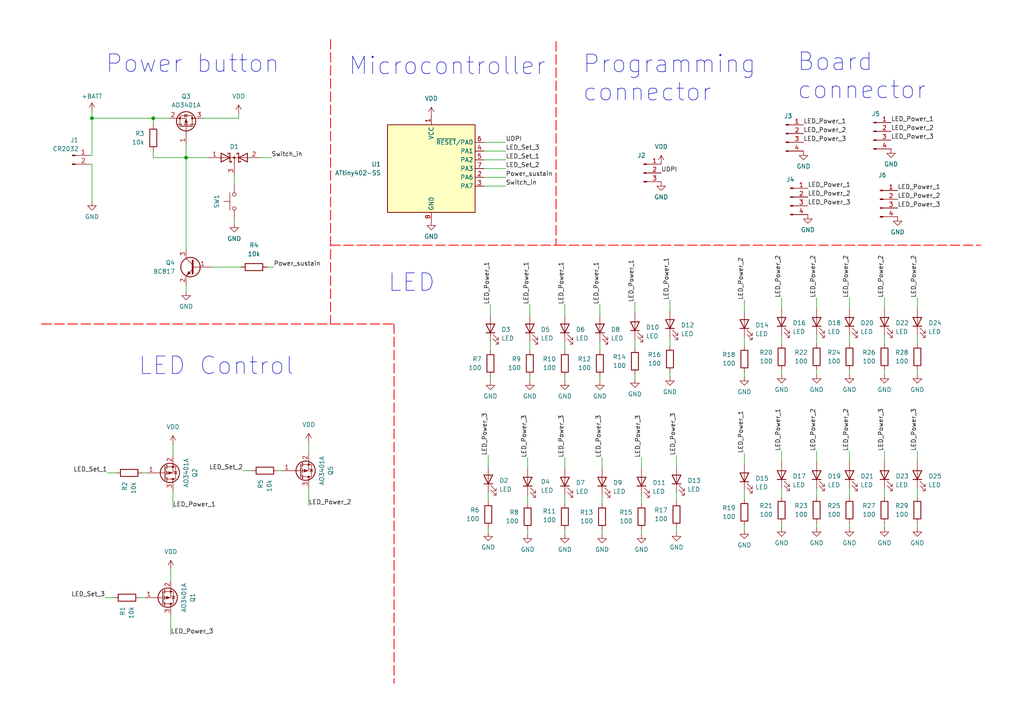
<source format=kicad_sch>
(kicad_sch (version 20230121) (generator eeschema)
  (paper "A4")
  (title_block (title "PCB Christmas Tree") (date "2024-03-09") (rev "1.0") (company "AGH University of Krakow") (comment 1 "Marek Pawłowski") (comment 2 "Krzysztof Sikora"))
  (lib_symbols
    (symbol "Connector:Conn_01x02_Pin" (pin_names (offset 1.016) hide)
      (property "Reference" "J" (at 0 2.54 0))
      (property "Value" "Conn_01x02_Pin" (at 0 -5.08 0))
      (symbol "Conn_01x02_Pin_1_1"
        (polyline (pts (xy 1.27 -2.54) (xy 0.8636 -2.54)) (stroke (width 0.1524)))
        (polyline (pts (xy 1.27 0) (xy 0.8636 0)) (stroke (width 0.1524)))
        (rectangle (start 0.8636 -2.413) (end 0 -2.667) (stroke (width 0.1524)) (fill (type outline)))
        (rectangle (start 0.8636 0.127) (end 0 -0.127) (stroke (width 0.1524)) (fill (type outline)))
        (pin passive line (at 5.08 0 180) (length 3.81) (name "Pin_1") (number "1"))
        (pin passive line (at 5.08 -2.54 180) (length 3.81) (name "Pin_2") (number "2"))
      )
    )
    (symbol "Connector:Conn_01x03_Pin" (pin_names (offset 1.016) hide)
      (property "Reference" "J" (at 0 5.08 0))
      (property "Value" "Conn_01x03_Pin" (at 0 -5.08 0))
      (symbol "Conn_01x03_Pin_1_1"
        (polyline (pts (xy 1.27 -2.54) (xy 0.8636 -2.54)) (stroke (width 0.1524)))
        (polyline (pts (xy 1.27 0) (xy 0.8636 0)) (stroke (width 0.1524)))
        (polyline (pts (xy 1.27 2.54) (xy 0.8636 2.54)) (stroke (width 0.1524)))
        (rectangle (start 0.8636 -2.413) (end 0 -2.667) (stroke (width 0.1524)) (fill (type outline)))
        (rectangle (start 0.8636 0.127) (end 0 -0.127) (stroke (width 0.1524)) (fill (type outline)))
        (rectangle (start 0.8636 2.667) (end 0 2.413) (stroke (width 0.1524)) (fill (type outline)))
        (pin passive line (at 5.08 2.54 180) (length 3.81) (name "Pin_1") (number "1"))
        (pin passive line (at 5.08 0 180) (length 3.81) (name "Pin_2") (number "2"))
        (pin passive line (at 5.08 -2.54 180) (length 3.81) (name "Pin_3") (number "3"))
      )
    )
    (symbol "Connector:Conn_01x04_Pin" (pin_names (offset 1.016) hide)
      (property "Reference" "J" (at 0 5.08 0))
      (property "Value" "Conn_01x04_Pin" (at 0 -7.62 0))
      (symbol "Conn_01x04_Pin_1_1"
        (polyline (pts (xy 1.27 -5.08) (xy 0.8636 -5.08)) (stroke (width 0.1524)))
        (polyline (pts (xy 1.27 -2.54) (xy 0.8636 -2.54)) (stroke (width 0.1524)))
        (polyline (pts (xy 1.27 0) (xy 0.8636 0)) (stroke (width 0.1524)))
        (polyline (pts (xy 1.27 2.54) (xy 0.8636 2.54)) (stroke (width 0.1524)))
        (rectangle (start 0.8636 -4.953) (end 0 -5.207) (stroke (width 0.1524)) (fill (type outline)))
        (rectangle (start 0.8636 -2.413) (end 0 -2.667) (stroke (width 0.1524)) (fill (type outline)))
        (rectangle (start 0.8636 0.127) (end 0 -0.127) (stroke (width 0.1524)) (fill (type outline)))
        (rectangle (start 0.8636 2.667) (end 0 2.413) (stroke (width 0.1524)) (fill (type outline)))
        (pin passive line (at 5.08 2.54 180) (length 3.81) (name "Pin_1") (number "1"))
        (pin passive line (at 5.08 0 180) (length 3.81) (name "Pin_2") (number "2"))
        (pin passive line (at 5.08 -2.54 180) (length 3.81) (name "Pin_3") (number "3"))
        (pin passive line (at 5.08 -5.08 180) (length 3.81) (name "Pin_4") (number "4"))
      )
    )
    (symbol "Device:D_Schottky_Dual_CommonCathode_AAK" (pin_names (offset 0.762) hide)
      (property "Reference" "D" (at 1.27 -2.54 0))
      (property "Value" "D_Schottky_Dual_CommonCathode_AAK" (at 0 2.54 0))
      (symbol "D_Schottky_Dual_CommonCathode_AAK_0_1"
        (polyline (pts (xy -3.81 0) (xy 3.81 0)))
        (polyline (pts (xy 0 0) (xy 0 -2.54)))
        (polyline (pts (xy -1.27 -1.27) (xy -1.27 1.27) (xy -1.27 1.27)) (stroke (width 0.254)))
        (polyline (pts (xy 1.27 -1.27) (xy 1.27 1.27) (xy 1.27 1.27)) (stroke (width 0.254)))
        (polyline (pts (xy -1.27 -1.27) (xy -0.762 -1.27) (xy -0.762 -1.016) (xy -0.762 -1.016)) (stroke (width 0.254)))
        (polyline (pts (xy 1.27 -1.27) (xy 1.778 -1.27) (xy 1.778 -1.016) (xy 1.778 -1.016)) (stroke (width 0.254)))
        (polyline (pts (xy 1.27 1.27) (xy 0.762 1.27) (xy 0.762 1.016) (xy 0.762 1.016)) (stroke (width 0.254)))
        (polyline (pts (xy -1.778 1.016) (xy -1.778 1.27) (xy -1.27 1.27) (xy -1.27 1.27) (xy -1.27 1.27)) (stroke (width 0.254)))
        (polyline (pts (xy -3.81 1.27) (xy -1.27 0) (xy -3.81 -1.27) (xy -3.81 1.27) (xy -3.81 1.27) (xy -3.81 1.27)) (stroke (width 0.254)))
        (polyline (pts (xy 3.81 -1.27) (xy 1.27 0) (xy 3.81 1.27) (xy 3.81 -1.27) (xy 3.81 -1.27) (xy 3.81 -1.27)) (stroke (width 0.254)))
        (circle (center 0 0) (radius 0.254) (fill (type outline)))
        (pin passive line (at -7.62 0 0) (length 3.81) (name "A") (number "1"))
        (pin passive line (at 7.62 0 180) (length 3.81) (name "A") (number "2"))
        (pin passive line (at 0 -5.08 90) (length 2.54) (name "K") (number "3"))
      )
    )
    (symbol "Device:LED" (pin_numbers hide) (pin_names (offset 1.016) hide)
      (property "Reference" "D" (at 0 2.54 0))
      (property "Value" "LED" (at 0 -2.54 0))
      (symbol "LED_0_1"
        (polyline (pts (xy -1.27 -1.27) (xy -1.27 1.27)) (stroke (width 0.254)))
        (polyline (pts (xy -1.27 0) (xy 1.27 0)))
        (polyline (pts (xy 1.27 -1.27) (xy 1.27 1.27) (xy -1.27 0) (xy 1.27 -1.27)) (stroke (width 0.254)))
        (polyline (pts (xy -3.048 -0.762) (xy -4.572 -2.286) (xy -3.81 -2.286) (xy -4.572 -2.286) (xy -4.572 -1.524)))
        (polyline (pts (xy -1.778 -0.762) (xy -3.302 -2.286) (xy -2.54 -2.286) (xy -3.302 -2.286) (xy -3.302 -1.524)))
      )
      (symbol "LED_1_1"
        (pin passive line (at -3.81 0 0) (length 2.54) (name "K") (number "1"))
        (pin passive line (at 3.81 0 180) (length 2.54) (name "A") (number "2"))
      )
    )
    (symbol "Device:R" (pin_numbers hide) (pin_names (offset 0))
      (property "Reference" "R" (at 2.032 0 90))
      (property "Value" "R" (at 0 0 90))
      (symbol "R_0_1"
        (rectangle (start -1.016 -2.54) (end 1.016 2.54) (stroke (width 0.254)))
      )
      (symbol "R_1_1"
        (pin passive line (at 0 3.81 270) (length 1.27) (name "~") (number "1"))
        (pin passive line (at 0 -3.81 90) (length 1.27) (name "~") (number "2"))
      )
    )
    (symbol "MCU_Microchip_ATtiny:ATtiny402-SS"
      (property "Reference" "U1" (at -14.605 1.27 0))
      (property "Value" "ATtiny402-SS" (at -14.605 -1.27 0))
      (symbol "ATtiny402-SS_0_1"
        (rectangle (start -12.7 -12.7) (end 12.7 12.7) (stroke (width 0.254)) (fill (type background)))
      )
      (symbol "ATtiny402-SS_1_1"
        (pin passive line (at 0 15.24 270) (length 2.54) (name "VCC") (number "1"))
        (pin bidirectional line (at 15.24 -2.54 180) (length 2.54) (name "PA6") (number "2"))
        (pin bidirectional line (at 15.24 -5.08 180) (length 2.54) (name "PA7") (number "3"))
        (pin bidirectional line (at 15.24 5.08 180) (length 2.54) (name "PA1") (number "4"))
        (pin bidirectional line (at 15.24 2.54 180) (length 2.54) (name "PA2") (number "5"))
        (pin bidirectional line (at 15.24 7.62 180) (length 2.54) (name "~{RESET}/PA0") (number "6"))
        (pin bidirectional line (at 15.24 0 180) (length 2.54) (name "PA3") (number "7"))
        (pin passive line (at 0 -15.24 90) (length 2.54) (name "GND") (number "8"))
      )
    )
    (symbol "Switch:SW_Omron_B3FS" (pin_numbers hide) (pin_names (offset 1.016) hide)
      (property "Reference" "SW" (at 1.27 2.54 0))
      (property "Value" "SW_Omron_B3FS" (at 0 -1.524 0))
      (symbol "SW_Omron_B3FS_0_1"
        (circle (center -2.032 0) (radius 0.508))
        (polyline (pts (xy 0 1.27) (xy 0 3.048)))
        (polyline (pts (xy 2.54 1.27) (xy -2.54 1.27)))
        (circle (center 2.032 0) (radius 0.508))
        (pin passive line (at -5.08 0 0) (length 2.54) (name "1") (number "1"))
        (pin passive line (at 5.08 0 180) (length 2.54) (name "2") (number "2"))
      )
    )
    (symbol "Transistor_BJT:BC817" (pin_names (offset 0) hide)
      (property "Reference" "Q" (at 5.08 1.905 0))
      (property "Value" "BC817" (at 5.08 0 0))
      (symbol "BC817_0_1"
        (polyline (pts (xy 0.635 0.635) (xy 2.54 2.54)))
        (polyline (pts (xy 0.635 -0.635) (xy 2.54 -2.54) (xy 2.54 -2.54)))
        (polyline (pts (xy 0.635 1.905) (xy 0.635 -1.905) (xy 0.635 -1.905)) (stroke (width 0.508)))
        (polyline (pts (xy 1.27 -1.778) (xy 1.778 -1.27) (xy 2.286 -2.286) (xy 1.27 -1.778) (xy 1.27 -1.778)) (fill (type outline)))
        (circle (center 1.27 0) (radius 2.8194) (stroke (width 0.254)))
      )
      (symbol "BC817_1_1"
        (pin input line (at -5.08 0 0) (length 5.715) (name "B") (number "1"))
        (pin passive line (at 2.54 -5.08 90) (length 2.54) (name "E") (number "2"))
        (pin passive line (at 2.54 5.08 270) (length 2.54) (name "C") (number "3"))
      )
    )
    (symbol "Transistor_FET:AO3401A" (pin_names hide)
      (property "Reference" "Q" (at 5.08 1.905 0))
      (property "Value" "AO3401A" (at 5.08 0 0))
      (symbol "AO3401A_0_1"
        (polyline (pts (xy 0.254 0) (xy -2.54 0)))
        (polyline (pts (xy 0.254 1.905) (xy 0.254 -1.905)) (stroke (width 0.254)))
        (polyline (pts (xy 0.762 -1.27) (xy 0.762 -2.286)) (stroke (width 0.254)))
        (polyline (pts (xy 0.762 0.508) (xy 0.762 -0.508)) (stroke (width 0.254)))
        (polyline (pts (xy 0.762 2.286) (xy 0.762 1.27)) (stroke (width 0.254)))
        (polyline (pts (xy 2.54 2.54) (xy 2.54 1.778)))
        (polyline (pts (xy 2.54 -2.54) (xy 2.54 0) (xy 0.762 0)))
        (polyline (pts (xy 0.762 1.778) (xy 3.302 1.778) (xy 3.302 -1.778) (xy 0.762 -1.778)))
        (polyline (pts (xy 2.286 0) (xy 1.27 0.381) (xy 1.27 -0.381) (xy 2.286 0)) (fill (type outline)))
        (polyline (pts (xy 2.794 -0.508) (xy 2.921 -0.381) (xy 3.683 -0.381) (xy 3.81 -0.254)))
        (polyline (pts (xy 3.302 -0.381) (xy 2.921 0.254) (xy 3.683 0.254) (xy 3.302 -0.381)))
        (circle (center 1.651 0) (radius 2.794) (stroke (width 0.254)))
        (circle (center 2.54 -1.778) (radius 0.254) (fill (type outline)))
        (circle (center 2.54 1.778) (radius 0.254) (fill (type outline)))
      )
      (symbol "AO3401A_1_1"
        (pin input line (at -5.08 0 0) (length 2.54) (name "G") (number "1"))
        (pin passive line (at 2.54 -5.08 90) (length 2.54) (name "S") (number "2"))
        (pin passive line (at 2.54 5.08 270) (length 2.54) (name "D") (number "3"))
      )
    )
    (symbol "power:+BATT" (power) (pin_names (offset 0))
      (property "Value" "+BATT" (at 0 3.556 0))
      (symbol "+BATT_0_1"
        (polyline (pts (xy -0.762 1.27) (xy 0 2.54)))
        (polyline (pts (xy 0 0) (xy 0 2.54)))
        (polyline (pts (xy 0 2.54) (xy 0.762 1.27)))
      )
      (symbol "+BATT_1_1"
        (pin power_in line (at 0 0 90) (length 0) hide (name "+BATT") (number "1"))
      )
    )
    (symbol "power:GND" (power) (pin_names (offset 0))
      (property "Value" "GND" (at 0 -3.81 0))
      (symbol "GND_0_1"
        (polyline (pts (xy 0 0) (xy 0 -1.27) (xy 1.27 -1.27) (xy 0 -2.54) (xy -1.27 -1.27) (xy 0 -1.27)))
      )
      (symbol "GND_1_1"
        (pin power_in line (at 0 0 270) (length 0) hide (name "GND") (number "1"))
      )
    )
    (symbol "power:VDD" (power) (pin_names (offset 0))
      (property "Value" "VDD" (at 0 3.81 0))
      (symbol "VDD_0_1"
        (polyline (pts (xy -0.762 1.27) (xy 0 2.54)))
        (polyline (pts (xy 0 0) (xy 0 2.54)))
        (polyline (pts (xy 0 2.54) (xy 0.762 1.27)))
      )
      (symbol "VDD_1_1"
        (pin power_in line (at 0 0 90) (length 0) hide (name "VDD") (number "1"))
      )
    )
  )
  (junction (at 26.67 34.29))
  (junction (at 44.45 34.29))
  (junction (at 53.975 45.72))
  (wire (pts (xy 236.855 151.765) (xy 236.855 153.035)))
  (wire (pts (xy 140.335 51.435) (xy 146.685 51.435)))
  (wire (pts (xy 140.335 41.275) (xy 146.685 41.275)))
  (wire (pts (xy 215.9 86.995) (xy 215.9 90.17)))
  (wire (pts (xy 153.035 143.51) (xy 153.035 146.05)))
  (wire (pts (xy 50.165 142.24) (xy 50.165 147.32)))
  (wire (pts (xy 78.74 45.72) (xy 75.565 45.72)))
  (wire (pts (xy 69.215 33.02) (xy 69.215 34.29)))
  (wire (pts (xy 53.975 82.55) (xy 53.975 84.455)))
  (polyline (pts (xy 114.3 93.98) (xy 114.3 198.12)) (stroke (width 0.254) (type dash) (color 255 0 0 1)))
  (wire (pts (xy 184.15 87.63) (xy 184.15 90.805)))
  (wire (pts (xy 184.15 108.585) (xy 184.15 109.855)))
  (wire (pts (xy 226.695 86.36) (xy 226.695 89.535)))
  (wire (pts (xy 140.335 46.355) (xy 146.685 46.355)))
  (wire (pts (xy 266.065 86.36) (xy 266.065 89.535)))
  (wire (pts (xy 186.055 153.67) (xy 186.055 154.94)))
  (polyline (pts (xy 161.29 12.065) (xy 161.29 71.12)) (stroke (width 0.254) (type dash) (color 255 0 0 1)))
  (wire (pts (xy 67.945 50.8) (xy 67.945 53.34)))
  (wire (pts (xy 173.99 99.06) (xy 173.99 101.6)))
  (wire (pts (xy 266.065 97.155) (xy 266.065 99.695)))
  (wire (pts (xy 246.38 141.605) (xy 246.38 144.145)))
  (wire (pts (xy 153.67 99.06) (xy 153.67 101.6)))
  (wire (pts (xy 266.065 107.315) (xy 266.065 108.585)))
  (wire (pts (xy 266.065 130.81) (xy 266.065 133.985)))
  (wire (pts (xy 67.945 63.5) (xy 67.945 64.77)))
  (wire (pts (xy 266.065 141.605) (xy 266.065 144.145)))
  (wire (pts (xy 70.485 136.525) (xy 73.025 136.525)))
  (wire (pts (xy 163.83 88.265) (xy 163.83 91.44)))
  (wire (pts (xy 142.24 88.265) (xy 142.24 91.44)))
  (wire (pts (xy 236.855 130.81) (xy 236.855 133.985)))
  (wire (pts (xy 26.67 34.29) (xy 26.67 45.085)))
  (wire (pts (xy 49.53 165.1) (xy 49.53 168.275)))
  (wire (pts (xy 246.38 97.155) (xy 246.38 99.695)))
  (wire (pts (xy 142.24 109.22) (xy 142.24 110.49)))
  (wire (pts (xy 142.24 99.06) (xy 142.24 101.6)))
  (wire (pts (xy 226.695 107.315) (xy 226.695 108.585)))
  (wire (pts (xy 140.335 43.815) (xy 146.685 43.815)))
  (wire (pts (xy 256.54 141.605) (xy 256.54 144.145)))
  (wire (pts (xy 26.035 45.085) (xy 26.67 45.085)))
  (wire (pts (xy 53.975 45.72) (xy 44.45 45.72)))
  (wire (pts (xy 163.83 132.715) (xy 163.83 135.89)))
  (wire (pts (xy 246.38 86.36) (xy 246.38 89.535)))
  (wire (pts (xy 226.695 130.81) (xy 226.695 133.985)))
  (wire (pts (xy 256.54 86.36) (xy 256.54 89.535)))
  (wire (pts (xy 89.535 141.605) (xy 89.535 146.685)))
  (wire (pts (xy 215.9 142.24) (xy 215.9 144.78)))
  (wire (pts (xy 184.15 98.425) (xy 184.15 100.965)))
  (polyline (pts (xy 95.885 11.43) (xy 95.885 93.98)) (stroke (width 0.254) (type dash) (color 255 0 0 1)))
  (polyline (pts (xy 95.885 93.98) (xy 114.3 93.98)) (stroke (width 0.254) (type dash) (color 255 0 0 1)))
  (wire (pts (xy 266.065 151.765) (xy 266.065 153.035)))
  (wire (pts (xy 163.83 153.67) (xy 163.83 154.94)))
  (wire (pts (xy 226.695 151.765) (xy 226.695 153.035)))
  (wire (pts (xy 186.055 132.715) (xy 186.055 135.89)))
  (wire (pts (xy 256.54 151.765) (xy 256.54 153.035)))
  (wire (pts (xy 141.605 153.035) (xy 141.605 154.305)))
  (wire (pts (xy 140.335 53.975) (xy 146.685 53.975)))
  (wire (pts (xy 246.38 107.315) (xy 246.38 108.585)))
  (wire (pts (xy 163.83 143.51) (xy 163.83 146.05)))
  (wire (pts (xy 236.855 107.315) (xy 236.855 108.585)))
  (wire (pts (xy 186.055 143.51) (xy 186.055 146.05)))
  (wire (pts (xy 26.035 47.625) (xy 26.67 47.625)))
  (wire (pts (xy 79.375 77.47) (xy 77.47 77.47)))
  (wire (pts (xy 163.83 99.06) (xy 163.83 101.6)))
  (wire (pts (xy 194.31 107.95) (xy 194.31 109.22)))
  (wire (pts (xy 50.165 128.905) (xy 50.165 132.08)))
  (wire (pts (xy 196.215 142.875) (xy 196.215 145.415)))
  (wire (pts (xy 256.54 107.315) (xy 256.54 108.585)))
  (wire (pts (xy 153.035 132.715) (xy 153.035 135.89)))
  (wire (pts (xy 141.605 132.08) (xy 141.605 135.255)))
  (wire (pts (xy 140.335 48.895) (xy 146.685 48.895)))
  (wire (pts (xy 44.45 45.72) (xy 44.45 43.815)))
  (wire (pts (xy 163.83 109.22) (xy 163.83 110.49)))
  (wire (pts (xy 215.9 152.4) (xy 215.9 153.67)))
  (wire (pts (xy 53.975 45.72) (xy 60.325 45.72)))
  (wire (pts (xy 215.9 131.445) (xy 215.9 134.62)))
  (wire (pts (xy 256.54 130.81) (xy 256.54 133.985)))
  (wire (pts (xy 196.215 132.08) (xy 196.215 135.255)))
  (wire (pts (xy 236.855 86.36) (xy 236.855 89.535)))
  (wire (pts (xy 44.45 34.29) (xy 44.45 36.195)))
  (wire (pts (xy 174.625 143.51) (xy 174.625 146.05)))
  (wire (pts (xy 69.215 34.29) (xy 59.055 34.29)))
  (wire (pts (xy 49.53 178.435) (xy 49.53 184.15)))
  (wire (pts (xy 61.595 77.47) (xy 69.85 77.47)))
  (wire (pts (xy 153.67 88.265) (xy 153.67 91.44)))
  (wire (pts (xy 141.605 142.875) (xy 141.605 145.415)))
  (wire (pts (xy 194.31 86.995) (xy 194.31 90.17)))
  (wire (pts (xy 236.855 141.605) (xy 236.855 144.145)))
  (wire (pts (xy 41.275 137.16) (xy 42.545 137.16)))
  (polyline (pts (xy 95.885 71.12) (xy 161.29 71.12)) (stroke (width 0.254) (type dash) (color 255 0 0 1)))
  (wire (pts (xy 246.38 130.81) (xy 246.38 133.985)))
  (polyline (pts (xy 161.29 71.12) (xy 284.48 71.12)) (stroke (width 0.254) (type dash) (color 255 0 0 1)))
  (wire (pts (xy 26.67 34.29) (xy 44.45 34.29)))
  (wire (pts (xy 226.695 141.605) (xy 226.695 144.145)))
  (wire (pts (xy 26.67 32.385) (xy 26.67 34.29)))
  (wire (pts (xy 173.99 109.22) (xy 173.99 110.49)))
  (wire (pts (xy 26.67 47.625) (xy 26.67 58.42)))
  (wire (pts (xy 174.625 153.67) (xy 174.625 154.94)))
  (wire (pts (xy 236.855 97.155) (xy 236.855 99.695)))
  (wire (pts (xy 215.9 97.79) (xy 215.9 100.33)))
  (polyline (pts (xy 12.065 93.98) (xy 95.885 93.98)) (stroke (width 0.254) (type dash) (color 255 0 0 1)))
  (wire (pts (xy 173.99 88.265) (xy 173.99 91.44)))
  (wire (pts (xy 53.975 45.72) (xy 53.975 72.39)))
  (wire (pts (xy 246.38 151.765) (xy 246.38 153.035)))
  (wire (pts (xy 30.48 173.355) (xy 33.02 173.355)))
  (wire (pts (xy 31.115 137.16) (xy 33.655 137.16)))
  (wire (pts (xy 44.45 34.29) (xy 48.895 34.29)))
  (wire (pts (xy 196.215 153.035) (xy 196.215 154.305)))
  (wire (pts (xy 174.625 132.715) (xy 174.625 135.89)))
  (wire (pts (xy 89.535 128.27) (xy 89.535 131.445)))
  (wire (pts (xy 40.64 173.355) (xy 41.91 173.355)))
  (wire (pts (xy 215.9 107.95) (xy 215.9 109.22)))
  (wire (pts (xy 80.645 136.525) (xy 81.915 136.525)))
  (wire (pts (xy 153.035 153.67) (xy 153.035 154.94)))
  (wire (pts (xy 256.54 97.155) (xy 256.54 99.695)))
  (wire (pts (xy 226.695 97.155) (xy 226.695 99.695)))
  (wire (pts (xy 153.67 109.22) (xy 153.67 110.49)))
  (wire (pts (xy 53.975 41.91) (xy 53.975 45.72)))
  (wire (pts (xy 194.31 97.79) (xy 194.31 100.33)))
  (text "LED\n" (at 112.395 85.09 0) (effects (font (size 5.08 5.08)) (justify left bottom)))
  (text "Board \nconnector\n" (at 231.14 29.21 0) (effects (font (size 5.08 5.08)) (justify left bottom)))
  (text "LED Control\n" (at 40.005 109.22 0) (effects (font (size 5.08 5.08)) (justify left bottom)))
  (text "Power button" (at 30.48 21.59 0) (effects (font (size 5.08 5.08)) (justify left bottom)))
  (text "Microcontroller\n" (at 100.965 22.225 0) (effects (font (size 5.08 5.08)) (justify left bottom)))
  (text "Programming \nconnector\n" (at 168.91 29.845 0) (effects (font (size 5.08 5.08)) (justify left bottom)))
  (label "LED_Power_1" (at 226.695 130.81 90))
  (label "LED_Power_1" (at 184.15 87.63 90))
  (label "LED_Power_2" (at 260.35 57.785 0))
  (label "LED_Power_2" (at 256.54 86.36 90))
  (label "UDPI" (at 146.685 41.275 0))
  (label "LED_Power_2" (at 236.855 130.81 90))
  (label "LED_Power_1" (at 260.35 55.245 0))
  (label "LED_Power_1" (at 258.445 35.56 0))
  (label "LED_Power_2" (at 226.695 86.36 90))
  (label "UDPI" (at 191.77 50.165 0))
  (label "LED_Set_3" (at 146.685 43.815 0))
  (label "LED_Power_2" (at 236.855 86.36 90))
  (label "LED_Power_2" (at 215.9 86.995 90))
  (label "LED_Power_3" (at 234.315 59.69 0))
  (label "LED_Set_3" (at 30.48 173.355 180))
  (label "LED_Power_1" (at 153.67 88.265 90))
  (label "LED_Set_1" (at 31.115 137.16 180))
  (label "LED_Power_1" (at 163.83 88.265 90))
  (label "LED_Set_1" (at 146.685 46.355 0))
  (label "LED_Power_3" (at 266.065 130.81 90))
  (label "LED_Power_2" (at 234.315 57.15 0))
  (label "LED_Power_1" (at 173.99 88.265 90))
  (label "LED_Power_3" (at 49.53 184.15 0))
  (label "LED_Power_3" (at 256.54 130.81 90))
  (label "LED_Power_1" (at 142.24 88.265 90))
  (label "LED_Power_2" (at 246.38 130.81 90))
  (label "LED_Power_2" (at 233.045 38.735 0))
  (label "LED_Power_2" (at 266.065 86.36 90))
  (label "LED_Power_3" (at 186.055 132.715 90))
  (label "Power_sustain" (at 79.375 77.47 0))
  (label "LED_Power_3" (at 260.35 60.325 0))
  (label "LED_Power_3" (at 196.215 132.08 90))
  (label "Switch_in" (at 146.685 53.975 0))
  (label "LED_Power_1" (at 194.31 86.995 90))
  (label "LED_Power_1" (at 233.045 36.195 0))
  (label "Power_sustain" (at 146.685 51.435 0))
  (label "LED_Power_1" (at 234.315 54.61 0))
  (label "LED_Power_1" (at 215.9 131.445 90))
  (label "LED_Power_1" (at 50.165 147.32 0))
  (label "LED_Set_2" (at 70.485 136.525 180))
  (label "LED_Power_2" (at 258.445 38.1 0))
  (label "LED_Power_3" (at 153.035 132.715 90))
  (label "LED_Power_3" (at 141.605 132.08 90))
  (label "LED_Set_2" (at 146.685 48.895 0))
  (label "LED_Power_2" (at 89.535 146.685 0))
  (label "LED_Power_3" (at 174.625 132.715 90))
  (label "LED_Power_3" (at 163.83 132.715 90))
  (label "LED_Power_2" (at 246.38 86.36 90))
  (label "LED_Power_3" (at 233.045 41.275 0))
  (label "Switch_in" (at 78.74 45.72 0))
  (label "LED_Power_3" (at 258.445 40.64 0))
  (symbol (lib_id "power:VDD") (at 125.095 33.655 0) (unit 1)
    (property "Reference" "#PWR09" (effects hide))
    (property "Value" "VDD" (at 125.095 28.575 0))
  )
  (symbol (lib_id "Device:LED") (at 236.855 137.795 90) (unit 1)
    (property "Reference" "D19" (at 240.03 138.1125 90) (effects (justify right)))
    (property "Value" "LED" (at 240.03 140.6525 90) (effects (justify right)))
    (property "Footprint" "LED_SMD:LED_0805_2012Metric_Pad1.15x1.40mm_HandSolder" (effects hide))
  )
  (symbol (lib_id "power:GND") (at 184.15 109.855 0) (unit 1)
    (property "Reference" "#PWR019" (effects hide))
    (property "Value" "GND" (at 184.15 114.3 0))
  )
  (symbol (lib_id "Device:LED") (at 246.38 137.795 90) (unit 1)
    (property "Reference" "D21" (at 249.555 138.1125 90) (effects (justify right)))
    (property "Value" "LED" (at 249.555 140.6525 90) (effects (justify right)))
    (property "Footprint" "LED_SMD:LED_0805_2012Metric_Pad1.15x1.40mm_HandSolder" (effects hide))
  )
  (symbol (lib_id "Device:D_Schottky_Dual_CommonCathode_AAK") (at 67.945 45.72 0) (unit 1)
    (property "Reference" "D1" (at 67.945 42.545 0))
    (property "Value" "D_Schottky_Dual_CommonCathode_AAK" (effects hide))
    (property "Footprint" "Package_TO_SOT_SMD:SOT-23" (effects hide))
  )
  (symbol (lib_id "power:GND") (at 194.31 109.22 0) (unit 1)
    (property "Reference" "#PWR023" (effects hide))
    (property "Value" "GND" (at 194.31 113.665 0))
  )
  (symbol (lib_id "Device:LED") (at 194.31 93.98 90) (unit 1)
    (property "Reference" "D12" (at 197.485 94.2975 90) (effects (justify right)))
    (property "Value" "LED" (at 197.485 96.8375 90) (effects (justify right)))
    (property "Footprint" "LED_SMD:LED_0805_2012Metric_Pad1.15x1.40mm_HandSolder" (effects hide))
  )
  (symbol (lib_id "Device:LED") (at 174.625 139.7 90) (unit 1)
    (property "Reference" "D9" (at 177.8 140.0175 90) (effects (justify right)))
    (property "Value" "LED" (at 177.8 142.5575 90) (effects (justify right)))
    (property "Footprint" "LED_SMD:LED_0805_2012Metric_Pad1.15x1.40mm_HandSolder" (effects hide))
  )
  (symbol (lib_id "Transistor_BJT:BC817") (at 56.515 77.47 0) (mirror y) (unit 1)
    (property "Reference" "Q4" (at 50.8 76.2 0) (effects (justify left)))
    (property "Value" "BC817" (at 50.8 78.74 0) (effects (justify left)))
    (property "Footprint" "Package_TO_SOT_SMD:SOT-23" (effects hide))
    (property "Datasheet" "https://www.onsemi.com/pub/Collateral/BC818-D.pdf" (effects hide))
  )
  (symbol (lib_id "Device:R") (at 215.9 148.59 0) (mirror y) (unit 1)
    (property "Reference" "R19" (at 213.36 147.32 0) (effects (justify left)))
    (property "Value" "100" (at 213.36 149.86 0) (effects (justify left)))
    (property "Footprint" "Resistor_SMD:R_0805_2012Metric_Pad1.20x1.40mm_HandSolder" (effects hide))
  )
  (symbol (lib_id "power:GND") (at 153.67 110.49 0) (unit 1)
    (property "Reference" "#PWR014" (effects hide))
    (property "Value" "GND" (at 153.67 114.935 0))
  )
  (symbol (lib_id "power:VDD") (at 89.535 128.27 0) (unit 1)
    (property "Reference" "#PWR08" (effects hide))
    (property "Value" "VDD" (at 89.535 123.19 0))
  )
  (symbol (lib_id "Device:LED") (at 246.38 93.345 90) (unit 1)
    (property "Reference" "D20" (at 249.555 93.6625 90) (effects (justify right)))
    (property "Value" "LED" (at 249.555 96.2025 90) (effects (justify right)))
    (property "Footprint" "LED_SMD:LED_0805_2012Metric_Pad1.15x1.40mm_HandSolder" (effects hide))
  )
  (symbol (lib_id "power:GND") (at 67.945 64.77 0) (unit 1)
    (property "Reference" "#PWR06" (effects hide))
    (property "Value" "GND" (at 67.945 69.215 0))
  )
  (symbol (lib_id "Connector:Conn_01x04_Pin") (at 255.27 57.785 0) (unit 1)
    (property "Reference" "J6" (at 255.905 50.8 0))
    (property "Value" "Conn_01x04_Pin" (effects hide))
    (property "Footprint" "LocalFootprintLib:Multi_board_connector" (effects hide))
  )
  (symbol (lib_id "Transistor_FET:AO3401A") (at 46.99 173.355 0) (mirror x) (unit 1)
    (property "Reference" "Q1" (at 55.88 173.355 90))
    (property "Value" "AO3401A" (at 53.34 173.355 90))
    (property "Footprint" "Package_TO_SOT_SMD:SOT-323_SC-70_Handsoldering" (effects hide))
    (property "Datasheet" "http://www.aosmd.com/pdfs/datasheet/AO3401A.pdf" (effects hide))
  )
  (symbol (lib_id "Device:LED") (at 266.065 93.345 90) (unit 1)
    (property "Reference" "D24" (at 269.24 93.6625 90) (effects (justify right)))
    (property "Value" "LED" (at 269.24 96.2025 90) (effects (justify right)))
    (property "Footprint" "LED_SMD:LED_0805_2012Metric_Pad1.15x1.40mm_HandSolder" (effects hide))
  )
  (symbol (lib_id "Device:R") (at 226.695 103.505 0) (mirror y) (unit 1)
    (property "Reference" "R20" (at 224.155 102.235 0) (effects (justify left)))
    (property "Value" "100" (at 224.155 104.775 0) (effects (justify left)))
    (property "Footprint" "Resistor_SMD:R_0805_2012Metric_Pad1.20x1.40mm_HandSolder" (effects hide))
  )
  (symbol (lib_id "power:GND") (at 226.695 108.585 0) (unit 1)
    (property "Reference" "#PWR027" (effects hide))
    (property "Value" "GND" (at 226.695 113.03 0))
  )
  (symbol (lib_id "power:GND") (at 246.38 153.035 0) (unit 1)
    (property "Reference" "#PWR034" (effects hide))
    (property "Value" "GND" (at 246.38 157.48 0))
  )
  (symbol (lib_id "power:GND") (at 153.035 154.94 0) (unit 1)
    (property "Reference" "#PWR013" (effects hide))
    (property "Value" "GND" (at 153.035 159.385 0))
  )
  (symbol (lib_id "Device:R") (at 184.15 104.775 0) (mirror y) (unit 1)
    (property "Reference" "R14" (at 181.61 103.505 0) (effects (justify left)))
    (property "Value" "100" (at 181.61 106.045 0) (effects (justify left)))
    (property "Footprint" "Resistor_SMD:R_0805_2012Metric_Pad1.20x1.40mm_HandSolder" (effects hide))
  )
  (symbol (lib_id "Device:LED") (at 266.065 137.795 90) (unit 1)
    (property "Reference" "D25" (at 269.24 138.1125 90) (effects (justify right)))
    (property "Value" "LED" (at 269.24 140.6525 90) (effects (justify right)))
    (property "Footprint" "LED_SMD:LED_0805_2012Metric_Pad1.15x1.40mm_HandSolder" (effects hide))
  )
  (symbol (lib_id "power:GND") (at 163.83 154.94 0) (unit 1)
    (property "Reference" "#PWR016" (effects hide))
    (property "Value" "GND" (at 163.83 159.385 0))
  )
  (symbol (lib_id "Device:LED") (at 196.215 139.065 90) (unit 1)
    (property "Reference" "D13" (at 199.39 139.3825 90) (effects (justify right)))
    (property "Value" "LED" (at 199.39 141.9225 90) (effects (justify right)))
    (property "Footprint" "LED_SMD:LED_0805_2012Metric_Pad1.15x1.40mm_HandSolder" (effects hide))
  )
  (symbol (lib_id "power:VDD") (at 50.165 128.905 0) (unit 1)
    (property "Reference" "#PWR04" (effects hide))
    (property "Value" "VDD" (at 50.165 123.825 0))
  )
  (symbol (lib_id "power:GND") (at 226.695 153.035 0) (unit 1)
    (property "Reference" "#PWR028" (effects hide))
    (property "Value" "GND" (at 226.695 157.48 0))
  )
  (symbol (lib_id "Device:LED") (at 186.055 139.7 90) (unit 1)
    (property "Reference" "D11" (at 189.23 140.0175 90) (effects (justify right)))
    (property "Value" "LED" (at 189.23 142.5575 90) (effects (justify right)))
    (property "Footprint" "LED_SMD:LED_0805_2012Metric_Pad1.15x1.40mm_HandSolder" (effects hide))
  )
  (symbol (lib_id "Connector:Conn_01x03_Pin") (at 186.69 50.165 0) (unit 1)
    (property "Reference" "J2" (at 186.055 45.085 0))
    (property "Value" "Conn_01x03_Pin" (effects hide))
    (property "Footprint" "Connector_PinHeader_2.54mm:PinHeader_1x03_P2.54mm_Vertical" (effects hide))
  )
  (symbol (lib_id "power:GND") (at 256.54 153.035 0) (unit 1)
    (property "Reference" "#PWR036" (effects hide))
    (property "Value" "GND" (at 256.54 157.48 0))
  )
  (symbol (lib_id "power:GND") (at 260.35 62.865 0) (unit 1)
    (property "Reference" "#PWR038" (effects hide))
    (property "Value" "GND" (at 260.35 67.31 0))
  )
  (symbol (lib_id "power:GND") (at 142.24 110.49 0) (unit 1)
    (property "Reference" "#PWR012" (effects hide))
    (property "Value" "GND" (at 142.24 114.935 0))
  )
  (symbol (lib_id "power:VDD") (at 49.53 165.1 0) (unit 1)
    (property "Reference" "#PWR03" (effects hide))
    (property "Value" "VDD" (at 49.53 160.02 0))
  )
  (symbol (lib_id "Device:R") (at 37.465 137.16 90) (mirror x) (unit 1)
    (property "Reference" "R2" (at 36.195 139.7 0) (effects (justify left)))
    (property "Value" "10k" (at 38.735 139.7 0) (effects (justify left)))
    (property "Footprint" "Resistor_SMD:R_0805_2012Metric_Pad1.20x1.40mm_HandSolder" (effects hide))
  )
  (symbol (lib_id "Device:R") (at 44.45 40.005 0) (mirror y) (unit 1)
    (property "Reference" "R3" (at 41.91 38.735 0) (effects (justify left)))
    (property "Value" "10k" (at 41.91 41.275 0) (effects (justify left)))
    (property "Footprint" "Resistor_SMD:R_0805_2012Metric_Pad1.20x1.40mm_HandSolder" (effects hide))
  )
  (symbol (lib_id "Device:R") (at 266.065 147.955 0) (mirror y) (unit 1)
    (property "Reference" "R29" (at 263.525 146.685 0) (effects (justify left)))
    (property "Value" "100" (at 263.525 149.225 0) (effects (justify left)))
    (property "Footprint" "Resistor_SMD:R_0805_2012Metric_Pad1.20x1.40mm_HandSolder" (effects hide))
  )
  (symbol (lib_id "Device:LED") (at 215.9 93.98 90) (unit 1)
    (property "Reference" "D14" (at 219.075 94.2975 90) (effects (justify right)))
    (property "Value" "LED" (at 219.075 96.8375 90) (effects (justify right)))
    (property "Footprint" "LED_SMD:LED_0805_2012Metric_Pad1.15x1.40mm_HandSolder" (effects hide))
  )
  (symbol (lib_id "power:GND") (at 196.215 154.305 0) (unit 1)
    (property "Reference" "#PWR024" (effects hide))
    (property "Value" "GND" (at 196.215 158.75 0))
  )
  (symbol (lib_id "Device:LED") (at 256.54 93.345 90) (unit 1)
    (property "Reference" "D22" (at 259.715 93.6625 90) (effects (justify right)))
    (property "Value" "LED" (at 259.715 96.2025 90) (effects (justify right)))
    (property "Footprint" "LED_SMD:LED_0805_2012Metric_Pad1.15x1.40mm_HandSolder" (effects hide))
  )
  (symbol (lib_id "power:GND") (at 186.055 154.94 0) (unit 1)
    (property "Reference" "#PWR020" (effects hide))
    (property "Value" "GND" (at 186.055 159.385 0))
  )
  (symbol (lib_id "Device:R") (at 196.215 149.225 0) (mirror y) (unit 1)
    (property "Reference" "R17" (at 193.675 147.955 0) (effects (justify left)))
    (property "Value" "100" (at 193.675 150.495 0) (effects (justify left)))
    (property "Footprint" "Resistor_SMD:R_0805_2012Metric_Pad1.20x1.40mm_HandSolder" (effects hide))
  )
  (symbol (lib_id "power:GND") (at 246.38 108.585 0) (unit 1)
    (property "Reference" "#PWR033" (effects hide))
    (property "Value" "GND" (at 246.38 113.03 0))
  )
  (symbol (lib_id "Device:R") (at 163.83 149.86 0) (mirror y) (unit 1)
    (property "Reference" "R11" (at 161.29 148.2725 0) (effects (justify left)))
    (property "Value" "100" (at 161.29 150.8125 0) (effects (justify left)))
    (property "Footprint" "Resistor_SMD:R_0805_2012Metric_Pad1.20x1.40mm_HandSolder" (effects hide))
  )
  (symbol (lib_id "Connector:Conn_01x02_Pin") (at 20.955 45.085 0) (unit 1)
    (property "Reference" "J1" (at 21.59 40.64 0))
    (property "Value" "CR2032" (at 19.05 43.18 0))
    (property "Footprint" "LocalFootprintLib:BC-2002" (effects hide))
  )
  (symbol (lib_id "Device:R") (at 236.855 103.505 0) (mirror y) (unit 1)
    (property "Reference" "R22" (at 234.315 102.235 0) (effects (justify left)))
    (property "Value" "100" (at 234.315 104.775 0) (effects (justify left)))
    (property "Footprint" "Resistor_SMD:R_0805_2012Metric_Pad1.20x1.40mm_HandSolder" (effects hide))
  )
  (symbol (lib_id "Device:LED") (at 173.99 95.25 90) (unit 1)
    (property "Reference" "D8" (at 177.165 95.5675 90) (effects (justify right)))
    (property "Value" "LED" (at 177.165 98.1075 90) (effects (justify right)))
    (property "Footprint" "LED_SMD:LED_0805_2012Metric_Pad1.15x1.40mm_HandSolder" (effects hide))
  )
  (symbol (lib_id "Device:LED") (at 184.15 94.615 90) (unit 1)
    (property "Reference" "D10" (at 187.325 94.9325 90) (effects (justify right)))
    (property "Value" "LED" (at 187.325 97.4725 90) (effects (justify right)))
    (property "Footprint" "LED_SMD:LED_0805_2012Metric_Pad1.15x1.40mm_HandSolder" (effects hide))
  )
  (symbol (lib_id "power:+BATT") (at 26.67 32.385 0) (unit 1)
    (property "Reference" "#PWR01" (effects hide))
    (property "Value" "+BATT" (at 26.67 27.94 0))
  )
  (symbol (lib_id "Connector:Conn_01x04_Pin") (at 253.365 38.1 0) (unit 1)
    (property "Reference" "J5" (at 254 33.02 0))
    (property "Value" "Conn_01x04_Pin" (effects hide))
    (property "Footprint" "LocalFootprintLib:Multi_board_connector" (effects hide))
  )
  (symbol (lib_id "power:GND") (at 174.625 154.94 0) (unit 1)
    (property "Reference" "#PWR018" (effects hide))
    (property "Value" "GND" (at 174.625 159.385 0))
  )
  (symbol (lib_id "Device:LED") (at 141.605 139.065 90) (unit 1)
    (property "Reference" "D2" (at 144.78 139.3825 90) (effects (justify right)))
    (property "Value" "LED" (at 144.78 141.9225 90) (effects (justify right)))
    (property "Footprint" "LED_SMD:LED_0805_2012Metric_Pad1.15x1.40mm_HandSolder" (effects hide))
  )
  (symbol (lib_id "power:VDD") (at 69.215 33.02 0) (unit 1)
    (property "Reference" "#PWR07" (effects hide))
    (property "Value" "VDD" (at 69.215 27.94 0))
  )
  (symbol (lib_id "Device:LED") (at 163.83 95.25 90) (unit 1)
    (property "Reference" "D6" (at 167.005 95.5675 90) (effects (justify right)))
    (property "Value" "LED" (at 167.005 98.1075 90) (effects (justify right)))
    (property "Footprint" "LED_SMD:LED_0805_2012Metric_Pad1.15x1.40mm_HandSolder" (effects hide))
  )
  (symbol (lib_id "Device:LED") (at 236.855 93.345 90) (unit 1)
    (property "Reference" "D18" (at 240.03 93.6625 90) (effects (justify right)))
    (property "Value" "LED" (at 240.03 96.2025 90) (effects (justify right)))
    (property "Footprint" "LED_SMD:LED_0805_2012Metric_Pad1.15x1.40mm_HandSolder" (effects hide))
  )
  (symbol (lib_id "Device:R") (at 266.065 103.505 0) (mirror y) (unit 1)
    (property "Reference" "R28" (at 263.525 102.235 0) (effects (justify left)))
    (property "Value" "100" (at 263.525 104.775 0) (effects (justify left)))
    (property "Footprint" "Resistor_SMD:R_0805_2012Metric_Pad1.20x1.40mm_HandSolder" (effects hide))
  )
  (symbol (lib_id "Device:R") (at 186.055 149.86 0) (mirror y) (unit 1)
    (property "Reference" "R15" (at 183.515 148.59 0) (effects (justify left)))
    (property "Value" "100" (at 183.515 151.13 0) (effects (justify left)))
    (property "Footprint" "Resistor_SMD:R_0805_2012Metric_Pad1.20x1.40mm_HandSolder" (effects hide))
  )
  (symbol (lib_id "Device:R") (at 174.625 149.86 0) (mirror y) (unit 1)
    (property "Reference" "R13" (at 172.085 148.59 0) (effects (justify left)))
    (property "Value" "100" (at 172.085 151.13 0) (effects (justify left)))
    (property "Footprint" "Resistor_SMD:R_0805_2012Metric_Pad1.20x1.40mm_HandSolder" (effects hide))
  )
  (symbol (lib_id "power:GND") (at 191.77 52.705 0) (unit 1)
    (property "Reference" "#PWR022" (effects hide))
    (property "Value" "GND" (at 191.77 57.15 0))
  )
  (symbol (lib_id "Device:R") (at 215.9 104.14 0) (mirror y) (unit 1)
    (property "Reference" "R18" (at 213.36 102.87 0) (effects (justify left)))
    (property "Value" "100" (at 213.36 105.41 0) (effects (justify left)))
    (property "Footprint" "Resistor_SMD:R_0805_2012Metric_Pad1.20x1.40mm_HandSolder" (effects hide))
  )
  (symbol (lib_id "Device:R") (at 256.54 103.505 0) (mirror y) (unit 1)
    (property "Reference" "R26" (at 254 102.235 0) (effects (justify left)))
    (property "Value" "100" (at 254 104.775 0) (effects (justify left)))
    (property "Footprint" "Resistor_SMD:R_0805_2012Metric_Pad1.20x1.40mm_HandSolder" (effects hide))
  )
  (symbol (lib_id "Device:R") (at 226.695 147.955 0) (mirror y) (unit 1)
    (property "Reference" "R21" (at 224.155 146.685 0) (effects (justify left)))
    (property "Value" "100" (at 224.155 149.225 0) (effects (justify left)))
    (property "Footprint" "Resistor_SMD:R_0805_2012Metric_Pad1.20x1.40mm_HandSolder" (effects hide))
  )
  (symbol (lib_id "power:GND") (at 53.975 84.455 0) (unit 1)
    (property "Reference" "#PWR05" (effects hide))
    (property "Value" "GND" (at 53.975 88.9 0))
  )
  (symbol (lib_id "Connector:Conn_01x04_Pin") (at 227.965 38.735 0) (unit 1)
    (property "Reference" "J3" (at 228.6 33.655 0))
    (property "Value" "Conn_01x04_Pin" (effects hide))
    (property "Footprint" "LocalFootprintLib:Multi_board_connector" (effects hide))
  )
  (symbol (lib_id "MCU_Microchip_ATtiny:ATtiny402-SS") (at 125.095 48.895 0) (unit 1)
    (property "Reference" "U1" (at 110.49 47.625 0) (effects (justify right)))
    (property "Value" "ATtiny402-SS" (at 110.49 50.165 0) (effects (justify right)))
    (property "Footprint" "Package_SO:SOIC-8_3.9x4.9mm_P1.27mm" (effects hide))
    (property "Datasheet" "http://ww1.microchip.com/downloads/en/DeviceDoc/ATtiny202-402-AVR-MCU-with-Core-Independent-Peripherals_and-picoPower-40001969A.pdf" (effects hide))
  )
  (symbol (lib_id "power:GND") (at 141.605 154.305 0) (unit 1)
    (property "Reference" "#PWR011" (effects hide))
    (property "Value" "GND" (at 141.605 158.75 0))
  )
  (symbol (lib_id "Device:R") (at 246.38 147.955 0) (mirror y) (unit 1)
    (property "Reference" "R25" (at 243.84 146.685 0) (effects (justify left)))
    (property "Value" "100" (at 243.84 149.225 0) (effects (justify left)))
    (property "Footprint" "Resistor_SMD:R_0805_2012Metric_Pad1.20x1.40mm_HandSolder" (effects hide))
  )
  (symbol (lib_id "Switch:SW_Omron_B3FS") (at 67.945 58.42 90) (unit 1)
    (property "Reference" "SW1" (at 62.865 58.42 0))
    (property "Value" "SW_Omron_B3FS" (effects hide))
    (property "Footprint" "Button_Switch_SMD:SW_Push_1P1T_NO_6x6mm_H9.5mm" (effects hide))
    (property "Datasheet" "https://omronfs.omron.com/en_US/ecb/products/pdf/en-b3fs.pdf" (effects hide))
  )
  (symbol (lib_id "power:GND") (at 236.855 153.035 0) (unit 1)
    (property "Reference" "#PWR032" (effects hide))
    (property "Value" "GND" (at 236.855 157.48 0))
  )
  (symbol (lib_id "Device:R") (at 141.605 149.225 0) (mirror y) (unit 1)
    (property "Reference" "R6" (at 139.065 147.955 0) (effects (justify left)))
    (property "Value" "100" (at 139.065 150.495 0) (effects (justify left)))
    (property "Footprint" "Resistor_SMD:R_0805_2012Metric_Pad1.20x1.40mm_HandSolder" (effects hide))
  )
  (symbol (lib_id "power:GND") (at 163.83 110.49 0) (unit 1)
    (property "Reference" "#PWR015" (effects hide))
    (property "Value" "GND" (at 163.83 114.935 0))
  )
  (symbol (lib_id "power:GND") (at 26.67 58.42 0) (unit 1)
    (property "Reference" "#PWR02" (effects hide))
    (property "Value" "GND" (at 26.67 62.865 0))
  )
  (symbol (lib_id "Device:R") (at 36.83 173.355 90) (mirror x) (unit 1)
    (property "Reference" "R1" (at 35.56 175.895 0) (effects (justify left)))
    (property "Value" "10k" (at 38.1 175.895 0) (effects (justify left)))
    (property "Footprint" "Resistor_SMD:R_0805_2012Metric_Pad1.20x1.40mm_HandSolder" (effects hide))
  )
  (symbol (lib_id "Device:LED") (at 153.035 139.7 90) (unit 1)
    (property "Reference" "D4" (at 156.845 139.7 90) (effects (justify right)))
    (property "Value" "LED" (at 156.845 142.24 90) (effects (justify right)))
    (property "Footprint" "LED_SMD:LED_0805_2012Metric_Pad1.15x1.40mm_HandSolder" (effects hide))
  )
  (symbol (lib_id "power:GND") (at 258.445 43.18 0) (unit 1)
    (property "Reference" "#PWR037" (effects hide))
    (property "Value" "GND" (at 258.445 47.625 0))
  )
  (symbol (lib_id "Device:LED") (at 163.83 139.7 90) (unit 1)
    (property "Reference" "D7" (at 167.005 140.0175 90) (effects (justify right)))
    (property "Value" "LED" (at 167.005 142.5575 90) (effects (justify right)))
    (property "Footprint" "LED_SMD:LED_0805_2012Metric_Pad1.15x1.40mm_HandSolder" (effects hide))
  )
  (symbol (lib_id "power:GND") (at 266.065 153.035 0) (unit 1)
    (property "Reference" "#PWR040" (effects hide))
    (property "Value" "GND" (at 266.065 157.48 0))
  )
  (symbol (lib_id "Device:R") (at 173.99 105.41 0) (mirror y) (unit 1)
    (property "Reference" "R12" (at 171.45 104.14 0) (effects (justify left)))
    (property "Value" "100" (at 171.45 106.68 0) (effects (justify left)))
    (property "Footprint" "Resistor_SMD:R_0805_2012Metric_Pad1.20x1.40mm_HandSolder" (effects hide))
  )
  (symbol (lib_id "Transistor_FET:AO3401A") (at 86.995 136.525 0) (mirror x) (unit 1)
    (property "Reference" "Q5" (at 95.885 136.525 90))
    (property "Value" "AO3401A" (at 93.345 136.525 90))
    (property "Footprint" "Package_TO_SOT_SMD:SOT-323_SC-70_Handsoldering" (effects hide))
    (property "Datasheet" "http://www.aosmd.com/pdfs/datasheet/AO3401A.pdf" (effects hide))
  )
  (symbol (lib_id "Device:LED") (at 226.695 137.795 90) (unit 1)
    (property "Reference" "D17" (at 229.87 138.1125 90) (effects (justify right)))
    (property "Value" "LED" (at 229.87 140.6525 90) (effects (justify right)))
    (property "Footprint" "LED_SMD:LED_0805_2012Metric_Pad1.15x1.40mm_HandSolder" (effects hide))
  )
  (symbol (lib_id "Device:R") (at 256.54 147.955 0) (mirror y) (unit 1)
    (property "Reference" "R27" (at 254 146.685 0) (effects (justify left)))
    (property "Value" "100" (at 254 149.225 0) (effects (justify left)))
    (property "Footprint" "Resistor_SMD:R_0805_2012Metric_Pad1.20x1.40mm_HandSolder" (effects hide))
  )
  (symbol (lib_id "Device:LED") (at 256.54 137.795 90) (unit 1)
    (property "Reference" "D23" (at 259.715 138.1125 90) (effects (justify right)))
    (property "Value" "LED" (at 259.715 140.6525 90) (effects (justify right)))
    (property "Footprint" "LED_SMD:LED_0805_2012Metric_Pad1.15x1.40mm_HandSolder" (effects hide))
  )
  (symbol (lib_id "power:GND") (at 236.855 108.585 0) (unit 1)
    (property "Reference" "#PWR031" (effects hide))
    (property "Value" "GND" (at 236.855 113.03 0))
  )
  (symbol (lib_id "Device:R") (at 153.035 149.86 0) (mirror y) (unit 1)
    (property "Reference" "R8" (at 150.495 148.59 0) (effects (justify left)))
    (property "Value" "100" (at 150.495 151.13 0) (effects (justify left)))
    (property "Footprint" "Resistor_SMD:R_0805_2012Metric_Pad1.20x1.40mm_HandSolder" (effects hide))
  )
  (symbol (lib_id "Device:R") (at 153.67 105.41 0) (mirror y) (unit 1)
    (property "Reference" "R9" (at 151.13 104.14 0) (effects (justify left)))
    (property "Value" "100" (at 151.13 106.68 0) (effects (justify left)))
    (property "Footprint" "Resistor_SMD:R_0805_2012Metric_Pad1.20x1.40mm_HandSolder" (effects hide))
  )
  (symbol (lib_id "Connector:Conn_01x04_Pin") (at 229.235 57.15 0) (unit 1)
    (property "Reference" "J4" (at 229.235 52.07 0))
    (property "Value" "Conn_01x04_Pin" (effects hide))
    (property "Footprint" "LocalFootprintLib:Multi_board_connector" (effects hide))
  )
  (symbol (lib_id "power:GND") (at 234.315 62.23 0) (unit 1)
    (property "Reference" "#PWR030" (effects hide))
    (property "Value" "GND" (at 234.315 66.675 0))
  )
  (symbol (lib_id "Device:R") (at 246.38 103.505 0) (mirror y) (unit 1)
    (property "Reference" "R24" (at 243.84 102.235 0) (effects (justify left)))
    (property "Value" "100" (at 243.84 104.775 0) (effects (justify left)))
    (property "Footprint" "Resistor_SMD:R_0805_2012Metric_Pad1.20x1.40mm_HandSolder" (effects hide))
  )
  (symbol (lib_id "power:GND") (at 266.065 108.585 0) (unit 1)
    (property "Reference" "#PWR039" (effects hide))
    (property "Value" "GND" (at 266.065 113.03 0))
  )
  (symbol (lib_id "Device:LED") (at 142.24 95.25 90) (unit 1)
    (property "Reference" "D3" (at 145.415 95.5675 90) (effects (justify right)))
    (property "Value" "LED" (at 145.415 98.1075 90) (effects (justify right)))
    (property "Footprint" "LED_SMD:LED_0805_2012Metric_Pad1.15x1.40mm_HandSolder" (effects hide))
  )
  (symbol (lib_id "Transistor_FET:AO3401A") (at 53.975 36.83 270) (mirror x) (unit 1)
    (property "Reference" "Q3" (at 53.975 27.94 90))
    (property "Value" "AO3401A" (at 53.975 30.48 90))
    (property "Footprint" "Package_TO_SOT_SMD:SOT-323_SC-70_Handsoldering" (effects hide))
    (property "Datasheet" "http://www.aosmd.com/pdfs/datasheet/AO3401A.pdf" (effects hide))
  )
  (symbol (lib_id "power:GND") (at 256.54 108.585 0) (unit 1)
    (property "Reference" "#PWR035" (effects hide))
    (property "Value" "GND" (at 256.54 113.03 0))
  )
  (symbol (lib_id "power:GND") (at 125.095 64.135 0) (unit 1)
    (property "Reference" "#PWR010" (effects hide))
    (property "Value" "GND" (at 125.095 68.58 0))
  )
  (symbol (lib_id "Transistor_FET:AO3401A") (at 47.625 137.16 0) (mirror x) (unit 1)
    (property "Reference" "Q2" (at 56.515 137.16 90))
    (property "Value" "AO3401A" (at 53.975 137.16 90))
    (property "Footprint" "Package_TO_SOT_SMD:SOT-323_SC-70_Handsoldering" (effects hide))
    (property "Datasheet" "http://www.aosmd.com/pdfs/datasheet/AO3401A.pdf" (effects hide))
  )
  (symbol (lib_id "power:GND") (at 173.99 110.49 0) (unit 1)
    (property "Reference" "#PWR017" (effects hide))
    (property "Value" "GND" (at 173.99 114.935 0))
  )
  (symbol (lib_id "Device:R") (at 194.31 104.14 0) (mirror y) (unit 1)
    (property "Reference" "R16" (at 191.77 102.87 0) (effects (justify left)))
    (property "Value" "100" (at 191.77 105.41 0) (effects (justify left)))
    (property "Footprint" "Resistor_SMD:R_0805_2012Metric_Pad1.20x1.40mm_HandSolder" (effects hide))
  )
  (symbol (lib_id "power:GND") (at 215.9 153.67 0) (unit 1)
    (property "Reference" "#PWR026" (effects hide))
    (property "Value" "GND" (at 215.9 158.115 0))
  )
  (symbol (lib_id "Device:LED") (at 153.67 95.25 90) (unit 1)
    (property "Reference" "D5" (at 156.845 95.5675 90) (effects (justify right)))
    (property "Value" "LED" (at 156.845 98.1075 90) (effects (justify right)))
    (property "Footprint" "LED_SMD:LED_0805_2012Metric_Pad1.15x1.40mm_HandSolder" (effects hide))
  )
  (symbol (lib_id "Device:LED") (at 226.695 93.345 90) (unit 1)
    (property "Reference" "D16" (at 229.87 93.6625 90) (effects (justify right)))
    (property "Value" "LED" (at 229.87 96.2025 90) (effects (justify right)))
    (property "Footprint" "LED_SMD:LED_0805_2012Metric_Pad1.15x1.40mm_HandSolder" (effects hide))
  )
  (symbol (lib_id "Device:R") (at 236.855 147.955 0) (mirror y) (unit 1)
    (property "Reference" "R23" (at 234.315 146.685 0) (effects (justify left)))
    (property "Value" "100" (at 234.315 149.225 0) (effects (justify left)))
    (property "Footprint" "Resistor_SMD:R_0805_2012Metric_Pad1.20x1.40mm_HandSolder" (effects hide))
  )
  (symbol (lib_id "Device:R") (at 76.835 136.525 90) (mirror x) (unit 1)
    (property "Reference" "R5" (at 75.565 139.065 0) (effects (justify left)))
    (property "Value" "10k" (at 78.105 139.065 0) (effects (justify left)))
    (property "Footprint" "Resistor_SMD:R_0805_2012Metric_Pad1.20x1.40mm_HandSolder" (effects hide))
  )
  (symbol (lib_id "Device:R") (at 163.83 105.41 0) (mirror y) (unit 1)
    (property "Reference" "R10" (at 161.29 104.14 0) (effects (justify left)))
    (property "Value" "100" (at 161.29 106.68 0) (effects (justify left)))
    (property "Footprint" "Resistor_SMD:R_0805_2012Metric_Pad1.20x1.40mm_HandSolder" (effects hide))
  )
  (symbol (lib_id "power:VDD") (at 191.77 47.625 0) (unit 1)
    (property "Reference" "#PWR021" (effects hide))
    (property "Value" "VDD" (at 191.77 42.545 0))
  )
  (symbol (lib_id "Device:R") (at 142.24 105.41 0) (mirror y) (unit 1)
    (property "Reference" "R7" (at 139.7 104.14 0) (effects (justify left)))
    (property "Value" "100" (at 139.7 106.68 0) (effects (justify left)))
    (property "Footprint" "Resistor_SMD:R_0805_2012Metric_Pad1.20x1.40mm_HandSolder" (effects hide))
  )
  (symbol (lib_id "Device:R") (at 73.66 77.47 90) (unit 1)
    (property "Reference" "R4" (at 73.66 71.12 90))
    (property "Value" "10k" (at 73.66 73.66 90))
    (property "Footprint" "Resistor_SMD:R_0805_2012Metric_Pad1.20x1.40mm_HandSolder" (effects hide))
  )
  (symbol (lib_id "power:GND") (at 215.9 109.22 0) (unit 1)
    (property "Reference" "#PWR025" (effects hide))
    (property "Value" "GND" (at 215.9 113.665 0))
  )
  (symbol (lib_id "power:GND") (at 233.045 43.815 0) (unit 1)
    (property "Reference" "#PWR029" (effects hide))
    (property "Value" "GND" (at 233.045 48.26 0))
  )
  (symbol (lib_id "Device:LED") (at 215.9 138.43 90) (unit 1)
    (property "Reference" "D15" (at 219.075 138.7475 90) (effects (justify right)))
    (property "Value" "LED" (at 219.075 141.2875 90) (effects (justify right)))
    (property "Footprint" "LED_SMD:LED_0805_2012Metric_Pad1.15x1.40mm_HandSolder" (effects hide))
  )
)
</source>
